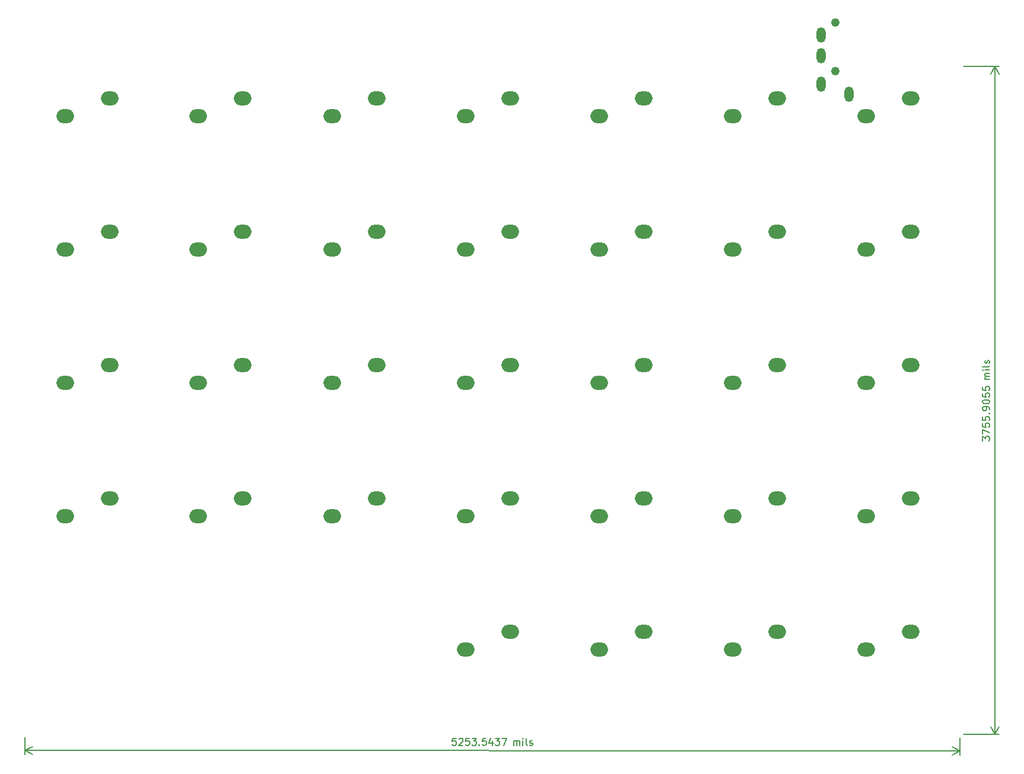
<source format=gbr>
%TF.GenerationSoftware,KiCad,Pcbnew,(7.0.0-0)*%
%TF.CreationDate,2023-04-16T10:10:33+09:00*%
%TF.ProjectId,pcb,7063622e-6b69-4636-9164-5f7063625858,rev?*%
%TF.SameCoordinates,Original*%
%TF.FileFunction,Legend,Top*%
%TF.FilePolarity,Positive*%
%FSLAX46Y46*%
G04 Gerber Fmt 4.6, Leading zero omitted, Abs format (unit mm)*
G04 Created by KiCad (PCBNEW (7.0.0-0)) date 2023-04-16 10:10:33*
%MOMM*%
%LPD*%
G01*
G04 APERTURE LIST*
%ADD10C,0.150000*%
%ADD11O,2.500000X2.000000*%
%ADD12C,1.210000*%
%ADD13O,1.300000X2.200000*%
G04 APERTURE END LIST*
D10*
X90715012Y-124377730D02*
X90238821Y-124377552D01*
X90238821Y-124377552D02*
X90191024Y-124853724D01*
X90191024Y-124853724D02*
X90238661Y-124806123D01*
X90238661Y-124806123D02*
X90333917Y-124758540D01*
X90333917Y-124758540D02*
X90572012Y-124758629D01*
X90572012Y-124758629D02*
X90667232Y-124806284D01*
X90667232Y-124806284D02*
X90714833Y-124853921D01*
X90714833Y-124853921D02*
X90762417Y-124949177D01*
X90762417Y-124949177D02*
X90762327Y-125187272D01*
X90762327Y-125187272D02*
X90714673Y-125282492D01*
X90714673Y-125282492D02*
X90667036Y-125330093D01*
X90667036Y-125330093D02*
X90571780Y-125377677D01*
X90571780Y-125377677D02*
X90333685Y-125377587D01*
X90333685Y-125377587D02*
X90238464Y-125329933D01*
X90238464Y-125329933D02*
X90190863Y-125282296D01*
X91143547Y-124473129D02*
X91191184Y-124425528D01*
X91191184Y-124425528D02*
X91286440Y-124377944D01*
X91286440Y-124377944D02*
X91524535Y-124378034D01*
X91524535Y-124378034D02*
X91619756Y-124425688D01*
X91619756Y-124425688D02*
X91667357Y-124473325D01*
X91667357Y-124473325D02*
X91714940Y-124568581D01*
X91714940Y-124568581D02*
X91714905Y-124663819D01*
X91714905Y-124663819D02*
X91667232Y-124806659D01*
X91667232Y-124806659D02*
X91095589Y-125377873D01*
X91095589Y-125377873D02*
X91714637Y-125378105D01*
X92619773Y-124378444D02*
X92143583Y-124378266D01*
X92143583Y-124378266D02*
X92095786Y-124854438D01*
X92095786Y-124854438D02*
X92143422Y-124806837D01*
X92143422Y-124806837D02*
X92238678Y-124759254D01*
X92238678Y-124759254D02*
X92476774Y-124759343D01*
X92476774Y-124759343D02*
X92571994Y-124806998D01*
X92571994Y-124806998D02*
X92619595Y-124854634D01*
X92619595Y-124854634D02*
X92667178Y-124949890D01*
X92667178Y-124949890D02*
X92667089Y-125187986D01*
X92667089Y-125187986D02*
X92619434Y-125283206D01*
X92619434Y-125283206D02*
X92571798Y-125330807D01*
X92571798Y-125330807D02*
X92476542Y-125378390D01*
X92476542Y-125378390D02*
X92238446Y-125378301D01*
X92238446Y-125378301D02*
X92143226Y-125330646D01*
X92143226Y-125330646D02*
X92095625Y-125283010D01*
X93000726Y-124378587D02*
X93619773Y-124378819D01*
X93619773Y-124378819D02*
X93286297Y-124759646D01*
X93286297Y-124759646D02*
X93429155Y-124759700D01*
X93429155Y-124759700D02*
X93524375Y-124807354D01*
X93524375Y-124807354D02*
X93571976Y-124854991D01*
X93571976Y-124854991D02*
X93619559Y-124950247D01*
X93619559Y-124950247D02*
X93619470Y-125188342D01*
X93619470Y-125188342D02*
X93571815Y-125283563D01*
X93571815Y-125283563D02*
X93524179Y-125331164D01*
X93524179Y-125331164D02*
X93428923Y-125378747D01*
X93428923Y-125378747D02*
X93143208Y-125378640D01*
X93143208Y-125378640D02*
X93047988Y-125330985D01*
X93047988Y-125330985D02*
X93000387Y-125283349D01*
X94048006Y-125283741D02*
X94095607Y-125331378D01*
X94095607Y-125331378D02*
X94047970Y-125378979D01*
X94047970Y-125378979D02*
X94000369Y-125331342D01*
X94000369Y-125331342D02*
X94048006Y-125283741D01*
X94048006Y-125283741D02*
X94047970Y-125378979D01*
X95000725Y-124379336D02*
X94524535Y-124379158D01*
X94524535Y-124379158D02*
X94476737Y-124855330D01*
X94476737Y-124855330D02*
X94524374Y-124807729D01*
X94524374Y-124807729D02*
X94619630Y-124760146D01*
X94619630Y-124760146D02*
X94857725Y-124760235D01*
X94857725Y-124760235D02*
X94952946Y-124807890D01*
X94952946Y-124807890D02*
X95000547Y-124855527D01*
X95000547Y-124855527D02*
X95048130Y-124950783D01*
X95048130Y-124950783D02*
X95048041Y-125188878D01*
X95048041Y-125188878D02*
X95000386Y-125284098D01*
X95000386Y-125284098D02*
X94952749Y-125331699D01*
X94952749Y-125331699D02*
X94857493Y-125379283D01*
X94857493Y-125379283D02*
X94619398Y-125379193D01*
X94619398Y-125379193D02*
X94524178Y-125331539D01*
X94524178Y-125331539D02*
X94476577Y-125283902D01*
X95905362Y-124713008D02*
X95905113Y-125379675D01*
X95667410Y-124331967D02*
X95429047Y-125046163D01*
X95429047Y-125046163D02*
X96048095Y-125046395D01*
X96334059Y-124379836D02*
X96953106Y-124380068D01*
X96953106Y-124380068D02*
X96619630Y-124760895D01*
X96619630Y-124760895D02*
X96762487Y-124760949D01*
X96762487Y-124760949D02*
X96857708Y-124808603D01*
X96857708Y-124808603D02*
X96905309Y-124856240D01*
X96905309Y-124856240D02*
X96952892Y-124951496D01*
X96952892Y-124951496D02*
X96952803Y-125189591D01*
X96952803Y-125189591D02*
X96905148Y-125284812D01*
X96905148Y-125284812D02*
X96857511Y-125332413D01*
X96857511Y-125332413D02*
X96762255Y-125379996D01*
X96762255Y-125379996D02*
X96476541Y-125379889D01*
X96476541Y-125379889D02*
X96381321Y-125332234D01*
X96381321Y-125332234D02*
X96333720Y-125284598D01*
X97286440Y-124380193D02*
X97953106Y-124380442D01*
X97953106Y-124380442D02*
X97524160Y-125380282D01*
X98933684Y-125380810D02*
X98933934Y-124714143D01*
X98933898Y-124809381D02*
X98981535Y-124761780D01*
X98981535Y-124761780D02*
X99076791Y-124714197D01*
X99076791Y-124714197D02*
X99219648Y-124714250D01*
X99219648Y-124714250D02*
X99314868Y-124761905D01*
X99314868Y-124761905D02*
X99362452Y-124857161D01*
X99362452Y-124857161D02*
X99362255Y-125380970D01*
X99362452Y-124857161D02*
X99410106Y-124761941D01*
X99410106Y-124761941D02*
X99505362Y-124714357D01*
X99505362Y-124714357D02*
X99648219Y-124714411D01*
X99648219Y-124714411D02*
X99743440Y-124762066D01*
X99743440Y-124762066D02*
X99791023Y-124857322D01*
X99791023Y-124857322D02*
X99790827Y-125381131D01*
X100267017Y-125381309D02*
X100267267Y-124714643D01*
X100267391Y-124381310D02*
X100219755Y-124428911D01*
X100219755Y-124428911D02*
X100267356Y-124476548D01*
X100267356Y-124476548D02*
X100314993Y-124428946D01*
X100314993Y-124428946D02*
X100267391Y-124381310D01*
X100267391Y-124381310D02*
X100267356Y-124476548D01*
X100886064Y-125381541D02*
X100790844Y-125333887D01*
X100790844Y-125333887D02*
X100743260Y-125238631D01*
X100743260Y-125238631D02*
X100743581Y-124381488D01*
X101219416Y-125334047D02*
X101314636Y-125381702D01*
X101314636Y-125381702D02*
X101505112Y-125381773D01*
X101505112Y-125381773D02*
X101600368Y-125334190D01*
X101600368Y-125334190D02*
X101648023Y-125238970D01*
X101648023Y-125238970D02*
X101648040Y-125191351D01*
X101648040Y-125191351D02*
X101600457Y-125096095D01*
X101600457Y-125096095D02*
X101505237Y-125048440D01*
X101505237Y-125048440D02*
X101362380Y-125048387D01*
X101362380Y-125048387D02*
X101267159Y-125000732D01*
X101267159Y-125000732D02*
X101219576Y-124905476D01*
X101219576Y-124905476D02*
X101219594Y-124857857D01*
X101219594Y-124857857D02*
X101267249Y-124762637D01*
X101267249Y-124762637D02*
X101362505Y-124715053D01*
X101362505Y-124715053D02*
X101505362Y-124715107D01*
X101505362Y-124715107D02*
X101600582Y-124762762D01*
X29199813Y-124250000D02*
X29198886Y-126723720D01*
X162639813Y-124300000D02*
X162638886Y-126773720D01*
X29199105Y-126137300D02*
X162639105Y-126187300D01*
X29199105Y-126137300D02*
X162639105Y-126187300D01*
X29199105Y-126137300D02*
X30325828Y-125551301D01*
X29199105Y-126137300D02*
X30325389Y-126724143D01*
X162639105Y-126187300D02*
X161512382Y-126773299D01*
X162639105Y-126187300D02*
X161512821Y-125600457D01*
X165857380Y-81876189D02*
X165857380Y-81257142D01*
X165857380Y-81257142D02*
X166238333Y-81590475D01*
X166238333Y-81590475D02*
X166238333Y-81447618D01*
X166238333Y-81447618D02*
X166285952Y-81352380D01*
X166285952Y-81352380D02*
X166333571Y-81304761D01*
X166333571Y-81304761D02*
X166428809Y-81257142D01*
X166428809Y-81257142D02*
X166666904Y-81257142D01*
X166666904Y-81257142D02*
X166762142Y-81304761D01*
X166762142Y-81304761D02*
X166809761Y-81352380D01*
X166809761Y-81352380D02*
X166857380Y-81447618D01*
X166857380Y-81447618D02*
X166857380Y-81733332D01*
X166857380Y-81733332D02*
X166809761Y-81828570D01*
X166809761Y-81828570D02*
X166762142Y-81876189D01*
X165857380Y-80923808D02*
X165857380Y-80257142D01*
X165857380Y-80257142D02*
X166857380Y-80685713D01*
X165857380Y-79399999D02*
X165857380Y-79876189D01*
X165857380Y-79876189D02*
X166333571Y-79923808D01*
X166333571Y-79923808D02*
X166285952Y-79876189D01*
X166285952Y-79876189D02*
X166238333Y-79780951D01*
X166238333Y-79780951D02*
X166238333Y-79542856D01*
X166238333Y-79542856D02*
X166285952Y-79447618D01*
X166285952Y-79447618D02*
X166333571Y-79399999D01*
X166333571Y-79399999D02*
X166428809Y-79352380D01*
X166428809Y-79352380D02*
X166666904Y-79352380D01*
X166666904Y-79352380D02*
X166762142Y-79399999D01*
X166762142Y-79399999D02*
X166809761Y-79447618D01*
X166809761Y-79447618D02*
X166857380Y-79542856D01*
X166857380Y-79542856D02*
X166857380Y-79780951D01*
X166857380Y-79780951D02*
X166809761Y-79876189D01*
X166809761Y-79876189D02*
X166762142Y-79923808D01*
X165857380Y-78447618D02*
X165857380Y-78923808D01*
X165857380Y-78923808D02*
X166333571Y-78971427D01*
X166333571Y-78971427D02*
X166285952Y-78923808D01*
X166285952Y-78923808D02*
X166238333Y-78828570D01*
X166238333Y-78828570D02*
X166238333Y-78590475D01*
X166238333Y-78590475D02*
X166285952Y-78495237D01*
X166285952Y-78495237D02*
X166333571Y-78447618D01*
X166333571Y-78447618D02*
X166428809Y-78399999D01*
X166428809Y-78399999D02*
X166666904Y-78399999D01*
X166666904Y-78399999D02*
X166762142Y-78447618D01*
X166762142Y-78447618D02*
X166809761Y-78495237D01*
X166809761Y-78495237D02*
X166857380Y-78590475D01*
X166857380Y-78590475D02*
X166857380Y-78828570D01*
X166857380Y-78828570D02*
X166809761Y-78923808D01*
X166809761Y-78923808D02*
X166762142Y-78971427D01*
X166762142Y-77971427D02*
X166809761Y-77923808D01*
X166809761Y-77923808D02*
X166857380Y-77971427D01*
X166857380Y-77971427D02*
X166809761Y-78019046D01*
X166809761Y-78019046D02*
X166762142Y-77971427D01*
X166762142Y-77971427D02*
X166857380Y-77971427D01*
X166857380Y-77447618D02*
X166857380Y-77257142D01*
X166857380Y-77257142D02*
X166809761Y-77161904D01*
X166809761Y-77161904D02*
X166762142Y-77114285D01*
X166762142Y-77114285D02*
X166619285Y-77019047D01*
X166619285Y-77019047D02*
X166428809Y-76971428D01*
X166428809Y-76971428D02*
X166047857Y-76971428D01*
X166047857Y-76971428D02*
X165952619Y-77019047D01*
X165952619Y-77019047D02*
X165905000Y-77066666D01*
X165905000Y-77066666D02*
X165857380Y-77161904D01*
X165857380Y-77161904D02*
X165857380Y-77352380D01*
X165857380Y-77352380D02*
X165905000Y-77447618D01*
X165905000Y-77447618D02*
X165952619Y-77495237D01*
X165952619Y-77495237D02*
X166047857Y-77542856D01*
X166047857Y-77542856D02*
X166285952Y-77542856D01*
X166285952Y-77542856D02*
X166381190Y-77495237D01*
X166381190Y-77495237D02*
X166428809Y-77447618D01*
X166428809Y-77447618D02*
X166476428Y-77352380D01*
X166476428Y-77352380D02*
X166476428Y-77161904D01*
X166476428Y-77161904D02*
X166428809Y-77066666D01*
X166428809Y-77066666D02*
X166381190Y-77019047D01*
X166381190Y-77019047D02*
X166285952Y-76971428D01*
X165857380Y-76352380D02*
X165857380Y-76257142D01*
X165857380Y-76257142D02*
X165905000Y-76161904D01*
X165905000Y-76161904D02*
X165952619Y-76114285D01*
X165952619Y-76114285D02*
X166047857Y-76066666D01*
X166047857Y-76066666D02*
X166238333Y-76019047D01*
X166238333Y-76019047D02*
X166476428Y-76019047D01*
X166476428Y-76019047D02*
X166666904Y-76066666D01*
X166666904Y-76066666D02*
X166762142Y-76114285D01*
X166762142Y-76114285D02*
X166809761Y-76161904D01*
X166809761Y-76161904D02*
X166857380Y-76257142D01*
X166857380Y-76257142D02*
X166857380Y-76352380D01*
X166857380Y-76352380D02*
X166809761Y-76447618D01*
X166809761Y-76447618D02*
X166762142Y-76495237D01*
X166762142Y-76495237D02*
X166666904Y-76542856D01*
X166666904Y-76542856D02*
X166476428Y-76590475D01*
X166476428Y-76590475D02*
X166238333Y-76590475D01*
X166238333Y-76590475D02*
X166047857Y-76542856D01*
X166047857Y-76542856D02*
X165952619Y-76495237D01*
X165952619Y-76495237D02*
X165905000Y-76447618D01*
X165905000Y-76447618D02*
X165857380Y-76352380D01*
X165857380Y-75114285D02*
X165857380Y-75590475D01*
X165857380Y-75590475D02*
X166333571Y-75638094D01*
X166333571Y-75638094D02*
X166285952Y-75590475D01*
X166285952Y-75590475D02*
X166238333Y-75495237D01*
X166238333Y-75495237D02*
X166238333Y-75257142D01*
X166238333Y-75257142D02*
X166285952Y-75161904D01*
X166285952Y-75161904D02*
X166333571Y-75114285D01*
X166333571Y-75114285D02*
X166428809Y-75066666D01*
X166428809Y-75066666D02*
X166666904Y-75066666D01*
X166666904Y-75066666D02*
X166762142Y-75114285D01*
X166762142Y-75114285D02*
X166809761Y-75161904D01*
X166809761Y-75161904D02*
X166857380Y-75257142D01*
X166857380Y-75257142D02*
X166857380Y-75495237D01*
X166857380Y-75495237D02*
X166809761Y-75590475D01*
X166809761Y-75590475D02*
X166762142Y-75638094D01*
X165857380Y-74161904D02*
X165857380Y-74638094D01*
X165857380Y-74638094D02*
X166333571Y-74685713D01*
X166333571Y-74685713D02*
X166285952Y-74638094D01*
X166285952Y-74638094D02*
X166238333Y-74542856D01*
X166238333Y-74542856D02*
X166238333Y-74304761D01*
X166238333Y-74304761D02*
X166285952Y-74209523D01*
X166285952Y-74209523D02*
X166333571Y-74161904D01*
X166333571Y-74161904D02*
X166428809Y-74114285D01*
X166428809Y-74114285D02*
X166666904Y-74114285D01*
X166666904Y-74114285D02*
X166762142Y-74161904D01*
X166762142Y-74161904D02*
X166809761Y-74209523D01*
X166809761Y-74209523D02*
X166857380Y-74304761D01*
X166857380Y-74304761D02*
X166857380Y-74542856D01*
X166857380Y-74542856D02*
X166809761Y-74638094D01*
X166809761Y-74638094D02*
X166762142Y-74685713D01*
X166857380Y-73085713D02*
X166190714Y-73085713D01*
X166285952Y-73085713D02*
X166238333Y-73038094D01*
X166238333Y-73038094D02*
X166190714Y-72942856D01*
X166190714Y-72942856D02*
X166190714Y-72799999D01*
X166190714Y-72799999D02*
X166238333Y-72704761D01*
X166238333Y-72704761D02*
X166333571Y-72657142D01*
X166333571Y-72657142D02*
X166857380Y-72657142D01*
X166333571Y-72657142D02*
X166238333Y-72609523D01*
X166238333Y-72609523D02*
X166190714Y-72514285D01*
X166190714Y-72514285D02*
X166190714Y-72371428D01*
X166190714Y-72371428D02*
X166238333Y-72276189D01*
X166238333Y-72276189D02*
X166333571Y-72228570D01*
X166333571Y-72228570D02*
X166857380Y-72228570D01*
X166857380Y-71752380D02*
X166190714Y-71752380D01*
X165857380Y-71752380D02*
X165905000Y-71799999D01*
X165905000Y-71799999D02*
X165952619Y-71752380D01*
X165952619Y-71752380D02*
X165905000Y-71704761D01*
X165905000Y-71704761D02*
X165857380Y-71752380D01*
X165857380Y-71752380D02*
X165952619Y-71752380D01*
X166857380Y-71133333D02*
X166809761Y-71228571D01*
X166809761Y-71228571D02*
X166714523Y-71276190D01*
X166714523Y-71276190D02*
X165857380Y-71276190D01*
X166809761Y-70799999D02*
X166857380Y-70704761D01*
X166857380Y-70704761D02*
X166857380Y-70514285D01*
X166857380Y-70514285D02*
X166809761Y-70419047D01*
X166809761Y-70419047D02*
X166714523Y-70371428D01*
X166714523Y-70371428D02*
X166666904Y-70371428D01*
X166666904Y-70371428D02*
X166571666Y-70419047D01*
X166571666Y-70419047D02*
X166524047Y-70514285D01*
X166524047Y-70514285D02*
X166524047Y-70657142D01*
X166524047Y-70657142D02*
X166476428Y-70752380D01*
X166476428Y-70752380D02*
X166381190Y-70799999D01*
X166381190Y-70799999D02*
X166333571Y-70799999D01*
X166333571Y-70799999D02*
X166238333Y-70752380D01*
X166238333Y-70752380D02*
X166190714Y-70657142D01*
X166190714Y-70657142D02*
X166190714Y-70514285D01*
X166190714Y-70514285D02*
X166238333Y-70419047D01*
X163140000Y-123800000D02*
X168226420Y-123800000D01*
X163140000Y-28400000D02*
X168226420Y-28400000D01*
X167640000Y-123800000D02*
X167640000Y-28400000D01*
X167640000Y-123800000D02*
X167640000Y-28400000D01*
X167640000Y-123800000D02*
X167053579Y-122673496D01*
X167640000Y-123800000D02*
X168226421Y-122673496D01*
X167640000Y-28400000D02*
X168226421Y-29526504D01*
X167640000Y-28400000D02*
X167053579Y-29526504D01*
D11*
%TO.C,SW46*%
X92074999Y-92693799D03*
X98424999Y-90153799D03*
%TD*%
D12*
%TO.C,J1*%
X144818200Y-22100000D03*
X144818200Y-29100000D03*
D13*
X146818199Y-32399999D03*
X142818199Y-23899999D03*
X142818199Y-26899999D03*
X142818199Y-30899999D03*
%TD*%
D11*
%TO.C,SW34*%
X130174999Y-73599999D03*
X136524999Y-71059999D03*
%TD*%
%TO.C,SW15*%
X34924999Y-54549999D03*
X41274999Y-52009999D03*
%TD*%
%TO.C,SW45*%
X73024999Y-92668399D03*
X79374999Y-90128399D03*
%TD*%
%TO.C,SW57*%
X92134999Y-111699999D03*
X98484999Y-109159999D03*
%TD*%
%TO.C,SW1*%
X34924999Y-35499999D03*
X41274999Y-32959999D03*
%TD*%
%TO.C,SW58*%
X111124999Y-111699999D03*
X117474999Y-109159999D03*
%TD*%
%TO.C,SW16*%
X53904999Y-54549999D03*
X60254999Y-52009999D03*
%TD*%
%TO.C,SW19*%
X111124999Y-54549999D03*
X117474999Y-52009999D03*
%TD*%
%TO.C,SW43*%
X34924999Y-92668399D03*
X41274999Y-90128399D03*
%TD*%
%TO.C,SW47*%
X111124999Y-92693799D03*
X117474999Y-90153799D03*
%TD*%
%TO.C,SW35*%
X149224999Y-73599999D03*
X155574999Y-71059999D03*
%TD*%
%TO.C,SW30*%
X53904999Y-73599999D03*
X60254999Y-71059999D03*
%TD*%
%TO.C,SW33*%
X111124999Y-73599999D03*
X117474999Y-71059999D03*
%TD*%
%TO.C,SW6*%
X130174999Y-35499999D03*
X136524999Y-32959999D03*
%TD*%
%TO.C,SW44*%
X53904999Y-92668399D03*
X60254999Y-90128399D03*
%TD*%
%TO.C,SW49*%
X149224999Y-92649999D03*
X155574999Y-90109999D03*
%TD*%
%TO.C,SW21*%
X149224999Y-54549999D03*
X155574999Y-52009999D03*
%TD*%
%TO.C,SW29*%
X34924999Y-73599999D03*
X41274999Y-71059999D03*
%TD*%
%TO.C,SW4*%
X92074999Y-35499999D03*
X98424999Y-32959999D03*
%TD*%
%TO.C,SW59*%
X130174999Y-111699999D03*
X136524999Y-109159999D03*
%TD*%
%TO.C,SW20*%
X130174999Y-54549999D03*
X136524999Y-52009999D03*
%TD*%
%TO.C,SW32*%
X92074999Y-73599999D03*
X98424999Y-71059999D03*
%TD*%
%TO.C,SW2*%
X53904999Y-35499999D03*
X60254999Y-32959999D03*
%TD*%
%TO.C,SW3*%
X73024999Y-35499999D03*
X79374999Y-32959999D03*
%TD*%
%TO.C,SW7*%
X149224999Y-35499999D03*
X155574999Y-32959999D03*
%TD*%
%TO.C,SW17*%
X73024999Y-54549999D03*
X79374999Y-52009999D03*
%TD*%
%TO.C,SW48*%
X130174999Y-92693799D03*
X136524999Y-90153799D03*
%TD*%
%TO.C,SW60*%
X149224999Y-111699999D03*
X155574999Y-109159999D03*
%TD*%
%TO.C,SW18*%
X92074999Y-54549999D03*
X98424999Y-52009999D03*
%TD*%
%TO.C,SW31*%
X73024999Y-73599999D03*
X79374999Y-71059999D03*
%TD*%
%TO.C,SW5*%
X111124999Y-35499999D03*
X117474999Y-32959999D03*
%TD*%
M02*

</source>
